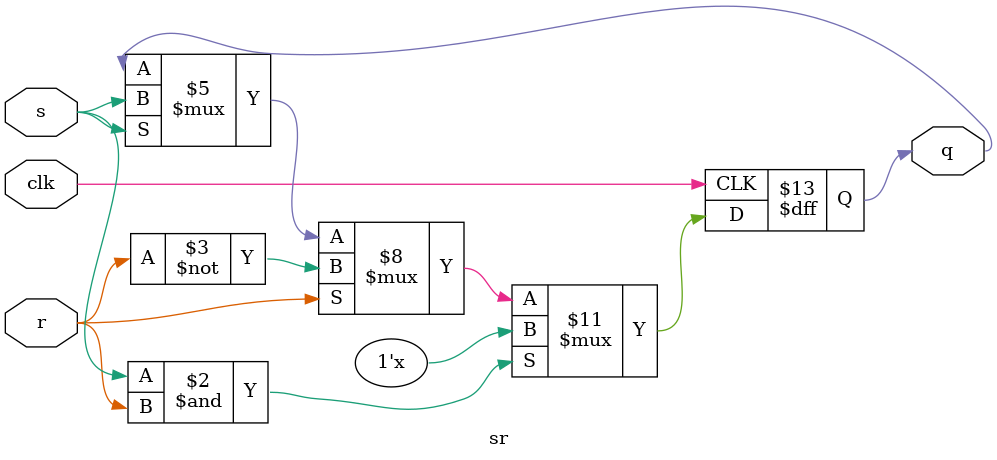
<source format=v>
module sr(input s,r,clk,output reg q);
  always@(posedge clk )begin
    if(s&r)begin
      q<=1'bx;
    end
    else if(r)begin
      q<=~r;
    end
    else if (s) begin
     q<=s;
    end
    else begin
    q<=q;
    end
  end 
endmodule

</source>
